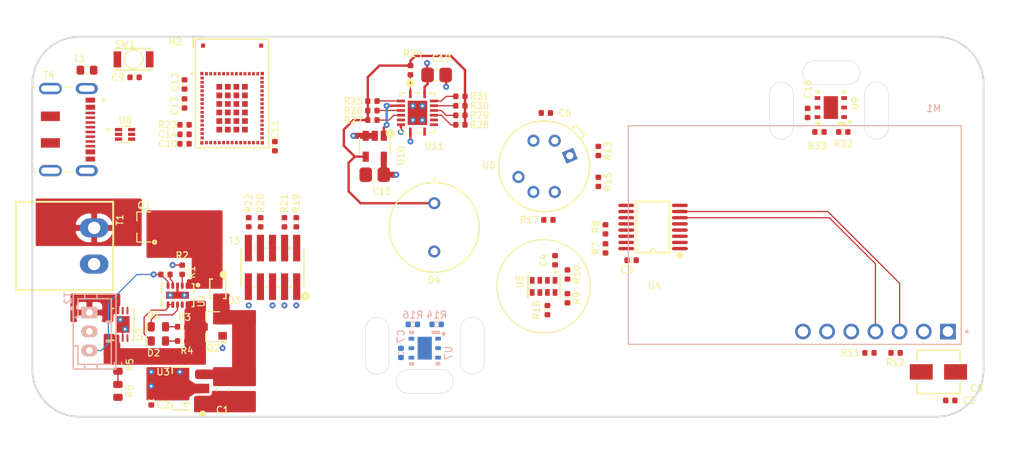
<source format=kicad_pcb>
(kicad_pcb (version 20240108) (generator "pcbnew") (generator_version "8.0")
  (layers (0 "F.Cu" signal) (1 "In1.Cu" signal) (2 "In2.Cu" signal) (31 "B.Cu" signal) (34 "B.Paste" user) (35 "F.Paste" user) (36 "B.SilkS" user "B.Silkscreen") (37 "F.SilkS" user "F.Silkscreen") (38 "B.Mask" user) (39 "F.Mask" user) (44 "Edge.Cuts" user))
  (net 0 "")
  (net 1 "/STM32 2.4G RF Module/NRST")
  (net 2 "GND")
  (net 3 "/Power Supply and Switching/3V3_REG_IN")
  (net 4 "+3V3")
  (net 5 "+1V8")
  (net 6 "/Power Supply and Switching/CHG")
  (net 7 "Net-(D1-Pad1)")
  (net 8 "/Power Supply and Switching/PG6_EN7")
  (net 9 "Net-(D2-Pad1)")
  (net 10 "VBUS")
  (net 11 "Net-(L1-Pad2)")
  (net 12 "/STM32 2.4G RF Module/BOOT0")
  (net 13 "/STM32 2.4G RF Module/PB7")
  (net 14 "/STM32 2.4G RF Module/PB5")
  (net 15 "/STM32 2.4G RF Module/PB4")
  (net 16 "/STM32 2.4G RF Module/JTAG_NJTRST")
  (net 17 "/STM32 2.4G RF Module/USB_D-")
  (net 18 "/STM32 2.4G RF Module/USB_D+")
  (net 19 "/STM32 2.4G RF Module/JTAG_JTDI")
  (net 20 "/STM32 2.4G RF Module/JTAG_SWCLK")
  (net 21 "/STM32 2.4G RF Module/JTAG_SWDIO")
  (net 22 "/STM32 2.4G RF Module/PD1")
  (net 23 "/STM32 2.4G RF Module/PB13")
  (net 24 "/STM32 2.4G RF Module/PC6")
  (net 25 "/STM32 2.4G RF Module/PB14")
  (net 26 "/STM32 2.4G RF Module/PB15")
  (net 27 "/STM32 2.4G RF Module/PB6")
  (net 28 "/STM32 2.4G RF Module/PB12")
  (net 29 "/STM32 2.4G RF Module/PE4")
  (net 30 "/STM32 2.4G RF Module/PB11")
  (net 31 "/STM32 2.4G RF Module/PB10")
  (net 32 "/STM32 2.4G RF Module/JTAG_JTDO")
  (net 33 "/STM32 2.4G RF Module/PC9")
  (net 34 "/STM32 2.4G RF Module/PD2")
  (net 35 "/STM32 2.4G RF Module/PD7")
  (net 36 "/STM32 2.4G RF Module/PD12")
  (net 37 "/STM32 2.4G RF Module/PD13")
  (net 38 "/STM32 2.4G RF Module/PE1")
  (net 39 "/STM32 2.4G RF Module/PD14")
  (net 40 "/STM32 2.4G RF Module/PH1")
  (net 41 "/STM32 2.4G RF Module/PH0")
  (net 42 "/Grow Environment Sensor Suite/CO2_SEL")
  (net 43 "/Grow Environment Sensor Suite/CO2_PWM")
  (net 44 "/Grow Environment Sensor Suite/CO2_RDY")
  (net 45 "Net-(M2-Pad3)")
  (net 46 "/Power Supply and Switching/Solar_PNL")
  (net 47 "/Power Supply and Switching/BAT")
  (net 48 "/Power Supply and Switching/THERM")
  (net 49 "/Power Supply and Switching/VTSB")
  (net 50 "/Power Supply and Switching/BAT_VOLT_SENSE")
  (net 51 "/Grow Environment Sensor Suite/I2C_HUB_SDA")
  (net 52 "/Grow Environment Sensor Suite/I2C_HUB_SCL")
  (net 53 "/Grow Environment Sensor Suite/LSS_INT")
  (net 54 "/Power Supply and Switching/BAT_SDA")
  (net 55 "/Power Supply and Switching/BAT_SCL")
  (net 56 "/Grow Environment Sensor Suite/I2C_HUB_A2")
  (net 57 "/Grow Environment Sensor Suite/I2C_HUB_RESET")
  (net 58 "/Grow Environment Sensor Suite/I2C_HUB_A1")
  (net 59 "/Grow Environment Sensor Suite/I2C_HUB_A0")
  (net 60 "/Grow Environment Sensor Suite/LSS_GPIO")
  (net 61 "/Grow Environment Sensor Suite/LSS_LDR")
  (net 62 "/Grow Environment Sensor Suite/OIR_INT")
  (net 63 "/PAR Sensor/SENSOR")
  (net 64 "Net-(M2-Pad85)")
  (net 65 "Net-(M2-Pad14)")
  (net 66 "Net-(M2-Pad12)")
  (net 67 "Net-(M2-Pad11)")
  (net 68 "Net-(M2-Pad9)")
  (net 69 "Net-(M2-Pad8)")
  (net 70 "Net-(M2-Pad7)")
  (net 71 "Net-(M2-Pad2)")
  (net 72 "Net-(M2-Pad22)")
  (net 73 "Net-(M2-Pad23)")
  (net 74 "Net-(M2-Pad28)")
  (net 75 "Net-(M2-Pad24)")
  (net 76 "Net-(M2-Pad33)")
  (net 77 "Net-(M2-Pad40)")
  (net 78 "Net-(M2-Pad45)")
  (net 79 "Net-(M2-Pad1)")
  (net 80 "Net-(M2-Pad56)")
  (net 81 "Net-(M2-Pad55)")
  (net 82 "Net-(M2-Pad49)")
  (net 83 "Net-(M2-Pad50)")
  (net 84 "Net-(M2-Pad51)")
  (net 85 "Net-(M2-Pad52)")
  (net 86 "Net-(M2-Pad53)")
  (net 87 "Net-(M2-Pad54)")
  (net 88 "Net-(M2-Pad70)")
  (net 89 "Net-(M2-Pad71)")
  (net 90 "Net-(M2-Pad72)")
  (net 91 "Net-(M2-Pad73)")
  (net 92 "Net-(M2-Pad74)")
  (net 93 "Net-(M2-Pad81)")
  (net 94 "Net-(M2-Pad82)")
  (net 95 "Net-(M2-Pad83)")
  (net 96 "Net-(M2-Pad75)")
  (net 97 "Net-(M2-Pad80)")
  (net 98 "Net-(M2-Pad79)")
  (net 99 "Net-(M2-Pad78)")
  (net 100 "Net-(M2-Pad77)")
  (net 101 "Net-(M2-Pad76)")
  (net 102 "Net-(R1-Pad1)")
  (net 103 "Net-(R17-Pad2)")
  (net 104 "/PAR Sensor/10K")
  (net 105 "/PAR Sensor/17.4K")
  (net 106 "/PAR Sensor/22K")
  (net 107 "/PAR Sensor/100K")
  (net 108 "/PAR Sensor/220K")
  (net 109 "/PAR Sensor/470K")
  (net 110 "/PAR Sensor/1M")
  (net 111 "/PAR Sensor/10M")
  (net 112 "Net-(T2-Pad1)")
  (net 113 "Net-(T3-Pad7)")
  (net 114 "Net-(T4-Pad5)")
  (net 115 "Net-(T4-Pad6)")
  (net 116 "Net-(T4-Pad4)")
  (net 117 "Net-(T4-Pad10)")
  (net 118 "/PAR Sensor/MUX_A")
  (net 119 "/PAR Sensor/MUX_B")
  (net 120 "/PAR Sensor/MUX_C")
  (net 121 "/PAR Sensor/MUX_INH")
  (net 122 "/PAR Sensor/SENSOR_OUT")
  (net 123 "Net-(U1-Pad9)")
  (net 124 "Net-(U2-Pad5)")
  (net 125 "Net-(U7-Pad4)")
  (net 126 "Net-(U7-Pad3)")
  (net 127 "/Grow Environment Sensor Suite/CO2_SDA")
  (net 128 "/Grow Environment Sensor Suite/CO2_SCL")
  (net 129 "/Grow Environment Sensor Suite/LSS_SDA")
  (net 130 "/Grow Environment Sensor Suite/LSS_SCL")
  (net 131 "/Grow Environment Sensor Suite/OIR_SDA")
  (net 132 "/Grow Environment Sensor Suite/TH1_SDA")
  (net 133 "/Grow Environment Sensor Suite/OIR_SCL")
  (net 134 "/Grow Environment Sensor Suite/TH1_SCL")
  (net 135 "/Grow Environment Sensor Suite/TH2_SCL")
  (net 136 "Net-(U9-Pad4)")
  (net 137 "Net-(U9-Pad3)")
  (net 138 "/Grow Environment Sensor Suite/TH2_SDA")
  (footprint "AVR-KiCAD-Lib-Resistors:R0402" (layer "F.Cu") (at 110.75 84.25 180)
    (property "Reference" "C9")
    (property "Value" "C0402C104K9PACTU")
  )
  (footprint "AVR-KiCAD-Lib-Resistors:R0402" (layer "F.Cu") (at 112.5 118.25 -90)
    (property "Reference" "C2")
    (property "Value" "C0402C104K9PACTU")
  )
  (footprint "AVR-KiCAD-Lib-Resistors:R0402" (layer "F.Cu") (at 116 91.25 180)
    (property "Reference" "C10")
    (property "Value" "C0402C104K9PACTU")
  )
  (footprint "AVR-KiCAD-Lib-Resistors:R0402" (layer "F.Cu") (at 125.5 91.5 -90)
    (property "Reference" "C11")
    (property "Value" "C0402C104K9PACTU")
  )
  (footprint "AVR-KiCAD-Lib-Resistors:R0402" (layer "F.Cu") (at 116 85 90)
    (property "Reference" "C12")
    (property "Value" "C0402C104K9PACTU")
  )
  (footprint "AVR-KiCAD-Lib-Resistors:R0402" (layer "F.Cu") (at 116 87 -90)
    (property "Reference" "C13")
    (property "Value" "C0402C104K9PACTU")
  )
  (footprint "AVR-KiCAD-Lib-Resistors:R0402" (layer "F.Cu") (at 163 103.5)
    (property "Reference" "C3")
    (property "Value" "C0402C104K9PACTU")
  )
  (footprint "AVR-KiCAD-Lib-Resistors:R0402" (layer "F.Cu") (at 116 90.25 180)
    (property "Reference" "C14")
    (property "Value" "C0402C104K9PACTU")
  )
  (footprint "AVR-KiCAD-Lib-Resistors:R0402" (layer "F.Cu") (at 154.95 103.5 -90)
    (property "Reference" "C4")
    (property "Value" "C0402C104K9PACTU")
  )
  (footprint "AVR-KiCAD-Lib-Resistors:R0402" (layer "F.Cu") (at 196.5 118.25 180)
    (property "Reference" "C5")
    (property "Value" "C0402C104K9PACTU")
  )
  (footprint "AVR-KiCAD-Lib-Resistors:R0402" (layer "F.Cu") (at 153.983 88 180)
    (property "Reference" "C6")
    (property "Value" "C0402C104K9PACTU")
  )
  (footprint "AVR-KiCAD-Lib-Diodes:LED0603" (layer "F.Cu") (at 113.25 110.5 180)
    (property "Reference" "D1")
    (property "Value" "LTST-C194TBKT")
  )
  (footprint "AVR-KiCAD-Lib-Diodes:LED0603" (layer "F.Cu") (at 113.25 112 180)
    (property "Reference" "D2")
    (property "Value" "LTST-C194KGKT")
  )
  (footprint "AVR-KiCAD-Lib-Diodes:BAT20JFILM" (layer "F.Cu") (at 119.5 106.5 -90)
    (property "Reference" "D3")
    (property "Value" "BAT20JFILM" (hide yes))
  )
  (footprint "AVR-KiCAD-Lib-Inductors:MI0603K300R-10" (layer "F.Cu") (at 105.75 83.5 180)
    (property "Reference" "L1")
    (property "Value" "MI0603K300R-10")
  )
  (footprint "AVR-KiCAD-Lib-Modules:STM32WB5MMGH6TR" (layer "F.Cu") (at 121 87.5)
    (property "Reference" "M2")
    (property "Value" "STM32WB5MMGH6TR")
  )
  (footprint "growbox-KiCAD-Transistors:SOT-23" (layer "F.Cu") (at 111.75 100 180)
    (property "Reference" "Q1")
    (property "Value" "DMP3125L-7")
  )
  (footprint "growbox-KiCAD-Transistors:SOT-23" (layer "F.Cu") (at 119 110.5 180)
    (property "Reference" "Q2")
    (property "Value" "DMP3125L-7")
  )
  (footprint "AVR-KiCAD-Lib-Resistors:R0402" (layer "F.Cu") (at 127.75 99.5 -90)
    (property "Reference" "R19")
    (property "Value" "RC0402FR-0710KL")
  )
  (footprint "AVR-KiCAD-Lib-Resistors:R0402" (layer "F.Cu") (at 124 99.5 -90)
    (property "Reference" "R20")
    (property "Value" "RC0402FR-0710KL")
  )
  (footprint "AVR-KiCAD-Lib-Resistors:R0402" (layer "F.Cu") (at 126.5 99.5 90)
    (property "Reference" "R21")
    (property "Value" "RC0402FR-0710KL")
  )
  (footprint "AVR-KiCAD-Lib-Resistors:R0402" (layer "F.Cu") (at 122.75 99.5 -90)
    (property "Reference" "R22")
    (property "Value" "RC0402FR-0710KL")
  )
  (footprint "AVR-KiCAD-Lib-Resistors:R0402" (layer "F.Cu") (at 116 89.25)
    (property "Reference" "R23")
    (property "Value" "RC0402FR-0710KL")
  )
  (footprint "AVR-KiCAD-Lib-Resistors:R0402" (layer "F.Cu") (at 115.75 104.5 90)
    (property "Reference" "R1")
    (property "Value" "RC0402FR-07487RL")
  )
  (footprint "AVR-KiCAD-Lib-Resistors:R0402" (layer "F.Cu") (at 114 105)
    (property "Reference" "R2")
    (property "Value" "RC0402FR-071KL")
  )
  (footprint "AVR-KiCAD-Lib-Resistors:R0402" (layer "F.Cu") (at 115.75 110.5)
    (property "Reference" "R3")
    (property "Value" "RC0402FR-072KL")
  )
  (footprint "AVR-KiCAD-Lib-Resistors:R0402" (layer "F.Cu") (at 115.75 112)
    (property "Reference" "R4")
    (property "Value" "RC0402FR-072KL")
  )
  (footprint "AVR-KiCAD-Lib-Resistors:R0603" (layer "F.Cu") (at 109 114.5 -90)
    (property "Reference" "R5")
    (property "Value" "ERA-3AEB3741V")
  )
  (footprint "AVR-KiCAD-Lib-Resistors:R0603" (layer "F.Cu") (at 109 117.25 -90)
    (property "Reference" "R6")
    (property "Value" "ERA-3AEB3741V")
  )
  (footprint "AVR-KiCAD-Lib-Resistors:R0402" (layer "F.Cu") (at 160.25 102.25 90)
    (property "Reference" "R7")
    (property "Value" "RC0402FR-074K7L")
  )
  (footprint "AVR-KiCAD-Lib-Resistors:R0402" (layer "F.Cu") (at 160.25 100.25 -90)
    (property "Reference" "R8")
    (property "Value" "RC0402FR-074K7L")
  )
  (footprint "AVR-KiCAD-Lib-Resistors:R0402" (layer "F.Cu") (at 156.25 107.5 90)
    (property "Reference" "R9")
    (property "Value" "RC0402FR-074K7L")
  )
  (footprint "AVR-KiCAD-Lib-Resistors:R0402" (layer "F.Cu") (at 156.25 105 -90)
    (property "Reference" "R10")
    (property "Value" "RC0402FR-074K7L")
  )
  (footprint "AVR-KiCAD-Lib-Resistors:R0402" (layer "F.Cu") (at 188 113.25)
    (property "Reference" "R11")
    (property "Value" "RC0402FR-074K7L")
  )
  (footprint "AVR-KiCAD-Lib-Resistors:R0402" (layer "F.Cu") (at 190.75 113.25)
    (property "Reference" "R12")
    (property "Value" "RC0402FR-074K7L")
  )
  (footprint "AVR-KiCAD-Lib-Resistors:R0402" (layer "F.Cu") (at 159.5 92 -90)
    (property "Reference" "R13")
    (property "Value" "RC0402FR-074K7L")
  )
  (footprint "AVR-KiCAD-Lib-Resistors:R0402" (layer "F.Cu") (at 159.5 95.25 90)
    (property "Reference" "R15")
    (property "Value" "RC0402FR-074K7L")
  )
  (footprint "AVR-KiCAD-Lib-Resistors:R0402" (layer "F.Cu") (at 154.25 99.25)
    (property "Reference" "R17")
    (property "Value" "RC0402FR-071KL")
  )
  (footprint "AVR-KiCAD-Lib-Resistors:R0402" (layer "F.Cu") (at 154.15 108.75 90)
    (property "Reference" "R18")
    (property "Value" "RC0402FR-071KL")
  )
  (footprint "AVR-KiCAD-Lib-Mech-Switches:B3U-1000P" (layer "F.Cu") (at 110.639999 82.36)
    (property "Reference" "SW1")
    (property "Value" "B3U-1000P")
  )
  (footprint "AVR-KiCAD-Lib-Connectors:20021121-00010C4LF" (layer "F.Cu") (at 125.25 104.25)
    (property "Reference" "T3")
    (property "Value" "20021121-00010C4LF")
  )
  (footprint "AVR-KiCAD-Lib-Connectors:JAE_DX07S016JA1R1500" (layer "F.Cu") (at 105 89.75 -90)
    (property "Reference" "T4")
    (property "Value" "DX07S016JA1R1500")
  )
  (footprint "AVR-KiCAD-Lib-ICs:SOT50P160X60-6N" (layer "F.Cu") (at 109.75 90.25)
    (property "Reference" "U8")
    (property "Value" "USBLC6-2P6")
  )
  (footprint "growbox-KiCAD-ICs:BQ24210" (layer "F.Cu") (at 115.25 107.25 -90)
    (property "Reference" "U1")
    (property "Value" "BQ24210DQCT")
  )
  (footprint "AVR-KiCAD-Lib-ICs:LTC2941CDCB-1-TRMPBF" (layer "F.Cu") (at 109.5 110.25 90)
    (property "Reference" "U2")
    (property "Value" "LTC2941CDCB-1#TRMPBF" (hide yes))
  )
  (footprint "AVR-KiCAD-Lib-ICs:SOT_89" (layer "F.Cu") (at 116 117 90)
    (property "Reference" "U3")
    (property "Value" "AZ1117CR-3.3TRG1")
  )
  (footprint "growbox-KiCAD-ICs:PW0016A" (layer "F.Cu") (at 165.25 100 180)
    (property "Reference" "U4")
    (property "Value" "TCA9546APWR")
  )
  (footprint "AVR-KiCAD-Lib-ICs:AS7341-DLGT" (layer "F.Cu") (at 153.75 106.25 -90)
    (property "Reference" "U5")
    (property "Value" "AS7341-DLGT")
  )
  (footprint "AVR-KiCAD-Lib-ICs:TPIS1T1086L5.5" (layer "F.Cu") (at 156.5 92.5 180)
    (property "Reference" "U6")
    (property "Value" "TPIS1T1086_L5.5" (hide yes))
  )
  (footprint "AVR-KiCAD-Lib-Capacitors:C0805" (layer "F.Cu") (at 120 117 90)
    (property "Reference" "C1")
    (property "Value" "C0805C104M5RACTU" (hide yes))
  )
  (footprint "AVR-KiCAD-Lib-Capacitors:UCM1C470MCL1GS" (layer "F.Cu") (at 195.25 115.25 180)
    (property "Reference" "C8")
    (property "Value" "UCM1C470MCL1GS" (hide yes))
  )
  (footprint "AVR-KiCAD-Lib-Capacitors:C0805" (layer "F.Cu") (at 142.5 84)
    (property "Reference" "C18")
    (property "Value" "C0805C104M5RACTU" (hide yes))
  )
  (footprint "AVR-KiCAD-Lib-Diodes:BPW20RF" (layer "F.Cu") (at 142.25 97.5 180)
    (property "Reference" "D4")
    (property "Value" "BPW20RF" (hide yes))
  )
  (footprint "AVR-KiCAD-Lib-Resistors:R0402" (layer "F.Cu") (at 139.75 83.5 90)
    (property "Reference" "R24")
    (property "Value" "RC0402FR-0710KL")
  )
  (footprint "AVR-KiCAD-Lib-Resistors:R0402" (layer "F.Cu") (at 135.75 86.75)
    (property "Reference" "R25")
    (property "Value" "RC0402FR-0717K4L")
  )
  (footprint "AVR-KiCAD-Lib-Resistors:R0402" (layer "F.Cu") (at 135.75 87.75)
    (property "Reference" "R26")
    (property "Value" "RT0402FRE0722KL")
  )
  (footprint "AVR-KiCAD-Lib-Resistors:R0402" (layer "F.Cu") (at 135.75 88.75)
    (property "Reference" "R27")
    (property "Value" "RC0402FR-07100KL")
  )
  (footprint "AVR-KiCAD-Lib-Resistors:R0402" (layer "F.Cu") (at 145 89.25 180)
    (property "Reference" "R28")
    (property "Value" "AC0402FR-07220KL")
  )
  (footprint "AVR-KiCAD-Lib-Resistors:R0402" (layer "F.Cu") (at 145 88.25 180)
    (property "Reference" "R29")
    (property "Value" "AC0402FR-07470KL")
  )
  (footprint "AVR-KiCAD-Lib-Resistors:R0402" (layer "F.Cu") (at 145 87.25 180)
    (property "Reference" "R30")
    (property "Value" "RC0402FR-071ML")
  )
  (footprint "AVR-KiCAD-Lib-Resistors:R0402" (layer "F.Cu") (at 145 86.25)
    (property "Reference" "R31")
    (property "Value" "RC0402FR-0710ML")
  )
  (footprint "AVR-KiCAD-Lib-ICs:SOT-23-5" (layer "F.Cu") (at 136 91.5 -90)
    (property "Reference" "U10")
    (property "Value" "OPA388IDBVT")
  )
  (footprint "AVR-KiCAD-Lib-ICs:SN74LV4051ARGYR" (layer "F.Cu") (at 140.488201 87.986804)
    (property "Reference" "U11")
    (property "Value" "SN74LV4051ARGYR" (hide yes))
  )
  (footprint "AVR-KiCAD-Lib-Capacitors:C0805" (layer "F.Cu") (at 136 94.5)
    (property "Reference" "C15")
    (property "Value" "C0805C104M5RACTU" (hide yes))
  )
  (footprint "AVR-KiCAD-Lib-Connectors:0395121002" (layer "F.Cu") (at 106.5 102 -90)
    (property "Reference" "T1")
    (property "Value" "0395121002")
  )
  (footprint "AVR-KiCAD-Lib-Resistors:R0402" (layer "F.Cu") (at 181.5 88 -90)
    (property "Reference" "C16")
    (property "Value" "C0402C104K9PACTU")
  )
  (footprint "AVR-KiCAD-Lib-Resistors:R0402" (layer "F.Cu") (at 185.25 90 180)
    (property "Reference" "R32")
    (property "Value" "RC0402FR-074K7L")
  )
  (footprint "AVR-KiCAD-Lib-Resistors:R0402" (layer "F.Cu") (at 182.75 90)
    (property "Reference" "R33")
    (property "Value" "RC0402FR-074K7L")
  )
  (footprint "AVR-KiCAD-Lib-ICs:HDC1080DMBR" (layer "F.Cu") (at 183.938197 87.431798 180)
    (property "Reference" "U9")
    (property "Value" "HDC1080DMBR" (hide yes))
  )
  (footprint "AVR-KiCAD-Lib-Resistors:R0402" (layer "B.Cu") (at 138.75 113.25 -90)
    (property "Reference" "C7")
    (property "Value" "C0402C104K9PACTU")
  )
  (footprint "AVR-KiCAD-Lib-Modules:MODULE_SCD30" (layer "B.Cu") (at 196.25 111 180)
    (property "Reference" "M1")
    (property "Value" "SCD30")
  )
  (footprint "AVR-KiCAD-Lib-Resistors:R0402" (layer "B.Cu") (at 142.5 110.25 180)
    (property "Reference" "R14")
    (property "Value" "RC0402FR-074K7L")
  )
  (footprint "AVR-KiCAD-Lib-Resistors:R0402" (layer "B.Cu") (at 140 110.25)
    (property "Reference" "R16")
    (property "Value" "RC0402FR-074K7L")
  )
  (footprint "AVR-KiCAD-Lib-Connectors:B3B-PH-K-S(LF)(SN)" (layer "B.Cu") (at 106 109 -90)
    (property "Reference" "T2")
    (property "Value" "B3B-PH-K-S(LF)(SN)")
  )
  (footprint "AVR-KiCAD-Lib-ICs:HDC1080DMBR" (layer "B.Cu") (at 141.25 112.75 180)
    (property "Reference" "U7")
    (property "Value" "HDC1080DMBR" (hide yes))
  )
  (gr_circle (center 153.75 106.25) (end 148.842589 106.25) (stroke (width 0.12)) (fill none) (layer "F.SilkS"))
  (gr_line (start 135 110.75) (end 135 114.25) (stroke (width 0.05)) (layer "Edge.Cuts"))
  (gr_line (start 145 110.75) (end 145 114.25) (stroke (width 0.05)) (layer "Edge.Cuts"))
  (gr_line (start 147.5 114.25) (end 147.5 110.75) (stroke (width 0.05)) (layer "Edge.Cuts"))
  (gr_arc (start 146.25 109.5) (mid 147.133883 109.866117) (end 147.5 110.75) (stroke (width 0.05)) (layer "Edge.Cuts"))
  (gr_arc (start 188.75 84.75) (mid 189.633883 85.116117) (end 190 86) (stroke (width 0.05)) (layer "Edge.Cuts"))
  (gr_arc (start 187.5 86) (mid 187.866117 85.116117) (end 188.75 84.75) (stroke (width 0.05)) (layer "Edge.Cuts"))
  (gr_arc (start 190 89.5) (mid 189.633883 90.383883) (end 188.75 90.75) (stroke (width 0.05)) (layer "Edge.Cuts"))
  (gr_arc (start 188.75 90.75) (mid 187.866117 90.383883) (end 187.5 89.5) (stroke (width 0.05)) (layer "Edge.Cuts"))
  (gr_arc (start 178.75 84.75) (mid 179.633883 85.116117) (end 180 86) (stroke (width 0.05)) (layer "Edge.Cuts"))
  (gr_arc (start 180 89.5) (mid 179.633883 90.383883) (end 178.75 90.75) (stroke (width 0.05)) (layer "Edge.Cuts"))
  (gr_arc (start 178.75 90.75) (mid 177.866117 90.383883) (end 177.5 89.5) (stroke (width 0.05)) (layer "Edge.Cuts"))
  (gr_line (start 187.5 86) (end 187.5 89.5) (stroke (width 0.05)) (layer "Edge.Cuts"))
  (gr_line (start 190 89.5) (end 190 86) (stroke (width 0.05)) (layer "Edge.Cuts"))
  (gr_arc (start 177.5 86) (mid 177.866117 85.116117) (end 178.75 84.75) (stroke (width 0.05)) (layer "Edge.Cuts"))
  (gr_line (start 177.5 86) (end 177.5 89.5) (stroke (width 0.05)) (layer "Edge.Cuts"))
  (gr_line (start 180 89.5) (end 180 86) (stroke (width 0.05)) (layer "Edge.Cuts"))
  (gr_arc (start 181 83.75) (mid 181.366117 82.866117) (end 182.25 82.5) (stroke (width 0.05)) (layer "Edge.Cuts"))
  (gr_arc (start 182.25 85) (mid 181.366117 84.633883) (end 181 83.75) (stroke (width 0.05)) (layer "Edge.Cuts"))
  (gr_arc (start 185.75 82.5) (mid 186.633883 82.866117) (end 187 83.75) (stroke (width 0.05)) (layer "Edge.Cuts"))
  (gr_arc (start 187 83.75) (mid 186.633883 84.633883) (end 185.75 85) (stroke (width 0.05)) (layer "Edge.Cuts"))
  (gr_line (start 182.25 85) (end 185.75 85) (stroke (width 0.05)) (layer "Edge.Cuts"))
  (gr_line (start 185.75 82.5) (end 182.25 82.5) (stroke (width 0.05)) (layer "Edge.Cuts"))
  (gr_arc (start 105 119.968074) (mid 101.464466 118.503608) (end 100 114.968074) (stroke (width 0.2)) (layer "Edge.Cuts"))
  (gr_arc (start 145 110.75) (mid 145.366117 109.866117) (end 146.25 109.5) (stroke (width 0.05)) (layer "Edge.Cuts"))
  (gr_line (start 200 114.968074) (end 200 84.968074) (stroke (width 0.2)) (layer "Edge.Cuts"))
  (gr_line (start 105 119.968074) (end 195 119.968074) (stroke (width 0.2)) (layer "Edge.Cuts"))
  (gr_arc (start 136.25 115.5) (mid 135.366117 115.133883) (end 135 114.25) (stroke (width 0.05)) (layer "Edge.Cuts"))
  (gr_line (start 143 115) (end 139.5 115) (stroke (width 0.05)) (layer "Edge.Cuts"))
  (gr_arc (start 100 84.968074) (mid 101.464466 81.43254) (end 105 79.968074) (stroke (width 0.2)) (layer "Edge.Cuts"))
  (gr_arc (start 139.5 117.5) (mid 138.616117 117.133883) (end 138.25 116.25) (stroke (width 0.05)) (layer "Edge.Cuts"))
  (gr_line (start 137.5 114.25) (end 137.5 110.75) (stroke (width 0.05)) (layer "Edge.Cuts"))
  (gr_arc (start 144.25 116.25) (mid 143.883883 117.133883) (end 143 117.5) (stroke (width 0.05)) (layer "Edge.Cuts"))
  (gr_arc (start 200 114.968074) (mid 198.535534 118.503608) (end 195 119.968074) (stroke (width 0.2)) (layer "Edge.Cuts"))
  (gr_arc (start 147.5 114.25) (mid 147.133883 115.133883) (end 146.25 115.5) (stroke (width 0.05)) (layer "Edge.Cuts"))
  (gr_arc (start 137.5 114.25) (mid 137.133883 115.133883) (end 136.25 115.5) (stroke (width 0.05)) (layer "Edge.Cuts"))
  (gr_arc (start 146.25 115.5) (mid 145.366117 115.133883) (end 145 114.25) (stroke (width 0.05)) (layer "Edge.Cuts"))
  (gr_arc (start 195 79.968074) (mid 198.535534 81.43254) (end 200 84.968074) (stroke (width 0.2)) (layer "Edge.Cuts"))
  (gr_arc (start 138.25 116.25) (mid 138.616117 115.366117) (end 139.5 115) (stroke (width 0.05)) (layer "Edge.Cuts"))
  (gr_line (start 100 84.968074) (end 100 114.968074) (stroke (width 0.2)) (layer "Edge.Cuts"))
  (gr_line (start 195 79.968074) (end 105 79.968074) (stroke (width 0.2)) (layer "Edge.Cuts"))
  (gr_line (start 139.5 117.5) (end 143 117.5) (stroke (width 0.05)) (layer "Edge.Cuts"))
  (gr_arc (start 135 110.75) (mid 135.366117 109.866117) (end 136.25 109.5) (stroke (width 0.05)) (layer "Edge.Cuts"))
  (gr_arc (start 136.25 109.5) (mid 137.133883 109.866117) (end 137.5 110.75) (stroke (width 0.05)) (layer "Edge.Cuts"))
  (gr_arc (start 143 115) (mid 143.883883 115.366117) (end 144.25 116.25) (stroke (width 0.05)) (layer "Edge.Cuts"))
  (segment (start 135.35 90.4) (end 135.05 90.4) (width 0.635) (layer "F.Cu") (net 2))
  (segment (start 109.5 110.25) (end 109.5 110.25) (width 0.127) (layer "F.Cu") (net 2))
  (segment (start 109.5 110.25) (end 109.5 110.25) (width 0.127) (layer "F.Cu") (net 2))
  (segment (start 115.263193 107.174843) (end 115.263193 106.174843) (width 0.25) (layer "F.Cu") (net 2))
  (segment (start 139.75 89.973604) (end 139.7382 89.961804) (width 0.127) (layer "F.Cu") (net 2))
  (segment (start 138.75 90) (end 138.75 89.242006) (width 0.25) (layer "F.Cu") (net 2))
  (segment (start 109.5 111.6978) (end 109.5 110.25) (width 0.127) (layer "F.Cu") (net 2))
  (segment (start 133.75 90.4) (end 135.05 90.4) (width 0.635) (layer "F.Cu") (net 2))
  (segment (start 138.75 89.242006) (end 138.755202 89.236804) (width 0.127) (layer "F.Cu") (net 2))
  (segment (start 143.5 84.05) (end 143.45 84) (width 0.127) (layer "F.Cu") (net 2))
  (segment (start 143.5 84.05) (end 143.5 85.25) (width 0.25) (layer "F.Cu") (net 2))
  (segment (start 139.75 91) (end 139.75 89.973604) (width 0.25) (layer "F.Cu") (net 2))
  (segment (start 115.263193 107.174843) (end 115.263193 107.174843) (width 0.127) (layer "F.Cu") (net 2))
  (segment (start 136 90.4) (end 135.35 90.4) (width 0.635) (layer "F.Cu") (net 2))
  (segment (start 114.75 104) (end 115.733 104) (width 0.127) (layer "F.Cu") (net 2))
  (segment (start 115.733 104) (end 115.75 104.017) (width 0.127) (layer "F.Cu") (net 2))
  (via (at 109.75 110.75) (size 0.635) (drill 0.254) (layers "F.Cu" "B.Cu") (net 2))
  (via (at 125.25 108.25) (size 0.635) (drill 0.254) (layers "F.Cu" "B.Cu") (net 2))
  (via (at 133.75 90.4) (size 0.635) (drill 0.254) (layers "F.Cu" "B.Cu") (net 2))
  (via (at 109.25 109.75) (size 0.635) (drill 0.254) (layers "F.Cu" "B.Cu") (net 2))
  (via (at 114.5 107.174843) (size 0.635) (drill 0.254) (layers "F.Cu" "B.Cu") (net 2))
  (via (at 122.75 108.25) (size 0.635) (drill 0.254) (layers "F.Cu" "B.Cu") (net 2))
  (via (at 140 87.25) (size 0.635) (drill 0.254) (layers "F.Cu" "B.Cu") (net 2))
  (via (at 140 88.75) (size 0.635) (drill 0.254) (layers "F.Cu" "B.Cu") (net 2))
  (via (at 141 88.75) (size 0.635) (drill 0.254) (layers "F.Cu" "B.Cu") (net 2))
  (via (at 116 107.174843) (size 0.635) (drill 0.254) (layers "F.Cu" "B.Cu") (net 2))
  (via (at 138.75 90) (size 0.635) (drill 0.254) (layers "F.Cu" "B.Cu") (net 2))
  (via (at 114.75 104) (size 0.635) (drill 0.254) (layers "F.Cu" "B.Cu") (net 2))
  (via (at 141 87.25) (size 0.635) (drill 0.254) (layers "F.Cu" "B.Cu") (net 2))
  (via (at 143.5 85.25) (size 0.635) (drill 0.254) (layers "F.Cu" "B.Cu") (net 2))
  (via (at 126.5 108.25) (size 0.635) (drill 0.254) (layers "F.Cu" "B.Cu") (net 2))
  (via (at 139.75 91) (size 0.635) (drill 0.254) (layers "F.Cu" "B.Cu") (net 2))
  (segment (start 119.44886 115.49886) (end 120 116.05) (width 0.127) (layer "F.Cu") (net 3))
  (segment (start 117.85166 115.49886) (end 119.44886 115.49886) (width 1) (layer "F.Cu") (net 3))
  (segment (start 136.95 94.5) (end 136.95 92.6) (width 0.635) (layer "F.Cu") (net 4))
  (segment (start 136.95 94.5) (end 136.95 94.5) (width 0.635) (layer "F.Cu") (net 4))
  (segment (start 141.55 84.95) (end 141.55 84) (width 0.25) (layer "F.Cu") (net 4))
  (segment (start 141.5 83.95) (end 141.55 84) (width 0.127) (layer "F.Cu") (net 4))
  (segment (start 141.238202 85.261798) (end 141.55 84.95) (width 0.25) (layer "F.Cu") (net 4))
  (segment (start 141.238202 86.011804) (end 141.238202 85.261798) (width 0.25) (layer "F.Cu") (net 4))
  (segment (start 141.5 82.75) (end 141.5 83.95) (width 0.25) (layer "F.Cu") (net 4))
  (segment (start 138.25 94.5) (end 136.95 94.5) (width 0.635) (layer "F.Cu") (net 4))
  (segment (start 117.85166 117) (end 114.90018 117) (width 1) (layer "F.Cu") (net 4))
  (via (at 127.75 108.25) (size 0.635) (drill 0.254) (layers "F.Cu" "B.Cu") (net 4))
  (via (at 138.25 94.5) (size 0.635) (drill 0.254) (layers "F.Cu" "B.Cu") (net 4))
  (via (at 112.5 115.25) (size 0.635) (drill 0.254) (layers "F.Cu" "B.Cu") (net 4))
  (via (at 112.5 116.75) (size 0.635) (drill 0.254) (layers "F.Cu" "B.Cu") (net 4))
  (via (at 141.5 82.75) (size 0.635) (drill 0.254) (layers "F.Cu" "B.Cu") (net 4))
  (via (at 115.5 115.25) (size 0.635) (drill 0.254) (layers "F.Cu" "B.Cu") (net 4))
  (segment (start 112.5 110.5) (end 112.5 109.75) (width 0.127) (layer "F.Cu") (net 6))
  (segment (start 113 109.25) (end 114.75 109.25) (width 0.127) (layer "F.Cu") (net 6))
  (segment (start 112.5 109.75) (end 113 109.25) (width 0.127) (layer "F.Cu") (net 6))
  (segment (start 115.263193 108.736807) (end 115.263193 108.174843) (width 0.127) (layer "F.Cu") (net 6))
  (segment (start 114.75 109.25) (end 115.263193 108.736807) (width 0.127) (layer "F.Cu") (net 6))
  (segment (start 114 110.5) (end 115.267 110.5) (width 0.127) (layer "F.Cu") (net 7))
  (segment (start 114.263193 108.486807) (end 114.263193 108.174843) (width 0.127) (layer "F.Cu") (net 8))
  (segment (start 112.5 112) (end 111.75 111.25) (width 0.127) (layer "F.Cu") (net 8))
  (segment (start 114 108.75) (end 114.263193 108.486807) (width 0.127) (layer "F.Cu") (net 8))
  (segment (start 111.75 109.5) (end 112.5 108.75) (width 0.127) (layer "F.Cu") (net 8))
  (segment (start 111.75 111.25) (end 111.75 109.5) (width 0.127) (layer "F.Cu") (net 8))
  (segment (start 112.5 108.75) (end 114 108.75) (width 0.127) (layer "F.Cu") (net 8))
  (segment (start 114.263193 108.174843) (end 114.763193 108.174843) (width 0.127) (layer "F.Cu") (net 8))
  (segment (start 114 112) (end 115.267 112) (width 0.127) (layer "F.Cu") (net 9))
  (segment (start 120 111.45) (end 120 112.75) (width 0.127) (layer "F.Cu") (net 10))
  (via (at 120 112.75) (size 0.635) (drill 0.254) (layers "F.Cu" "B.Cu") (net 10))
  (segment (start 114.263193 105.763193) (end 114.263193 106.174843) (width 0.127) (layer "F.Cu") (net 48))
  (segment (start 113.517 105.017) (end 114.263193 105.763193) (width 0.127) (layer "F.Cu") (net 48))
  (segment (start 113.517 105) (end 112.75 105) (width 0.127) (layer "F.Cu") (net 48))
  (segment (start 113.517 105) (end 113.517 105.017) (width 0.127) (layer "F.Cu") (net 48))
  (via (at 112.75 105) (size 0.635) (drill 0.254) (layers "F.Cu" "B.Cu") (net 48))
  (segment (start 112.75 105) (end 112.75 105) (width 0.127) (layer "B.Cu") (net 48))
  (segment (start 108 112.25) (end 108 108) (width 0.127) (layer "B.Cu") (net 48))
  (segment (start 108 108) (end 111 105) (width 0.127) (layer "B.Cu") (net 48))
  (segment (start 106 113) (end 107.25 113) (width 0.127) (layer "B.Cu") (net 48))
  (segment (start 111 105) (end 112.75 105) (width 0.127) (layer "B.Cu") (net 48))
  (segment (start 107.25 113) (end 108 112.25) (width 0.127) (layer "B.Cu") (net 48))
  (segment (start 114.763193 106.174843) (end 114.763193 105.763193) (width 0.127) (layer "F.Cu") (net 49))
  (segment (start 114.763193 105.763193) (end 114.483 105.483) (width 0.127) (layer "F.Cu") (net 49))
  (segment (start 114.483 105.483) (end 114.483 105) (width 0.127) (layer "F.Cu") (net 49))
  (segment (start 109 115.18) (end 109 116.57) (width 0.127) (layer "F.Cu") (net 50))
  (segment (start 145.483 83.483) (end 144 82) (width 0.25) (layer "F.Cu") (net 63))
  (segment (start 133.25 96.25) (end 134.5 97.5) (width 0.25) (layer "F.Cu") (net 63))
  (segment (start 145.483 89.25) (end 145.483 83.483) (width 0.25) (layer "F.Cu") (net 63))
  (segment (start 139.75 82.5) (end 139.75 83.017) (width 0.25) (layer "F.Cu") (net 63))
  (segment (start 136.483 83.017) (end 139.75 83.017) (width 0.25) (layer "F.Cu") (net 63))
  (segment (start 133.75 88.75) (end 132.75 89.75) (width 0.25) (layer "F.Cu") (net 63))
  (segment (start 134.5 97.5) (end 139.5 97.5) (width 0.25) (layer "F.Cu") (net 63))
  (segment (start 144 82) (end 140.25 82) (width 0.25) (layer "F.Cu") (net 63))
  (segment (start 132.75 91.45) (end 133.9 92.6) (width 0.25) (layer "F.Cu") (net 63))
  (segment (start 132.75 89.75) (end 132.75 91.45) (width 0.25) (layer "F.Cu") (net 63))
  (segment (start 135.267 84.233) (end 136.483 83.017) (width 0.25) (layer "F.Cu") (net 63))
  (segment (start 135.267 88.75) (end 133.75 88.75) (width 0.25) (layer "F.Cu") (net 63))
  (segment (start 140.25 82) (end 139.75 82.5) (width 0.25) (layer "F.Cu") (net 63))
  (segment (start 133.9 92.6) (end 133.25 93.25) (width 0.25) (layer "F.Cu") (net 63))
  (segment (start 139.5 97.5) (end 142.25 97.5) (width 0.25) (layer "F.Cu") (net 63))
  (segment (start 135.267 88.75) (end 135.267 86.75) (width 0.25) (layer "F.Cu") (net 63))
  (segment (start 135.267 86.75) (end 135.267 84.233) (width 0.25) (layer "F.Cu") (net 63))
  (segment (start 135.05 92.6) (end 133.9 92.6) (width 0.25) (layer "F.Cu") (net 63))
  (segment (start 133.25 93.25) (end 133.25 96.25) (width 0.25) (layer "F.Cu") (net 63))
  (segment (start 115.763193 106.174843) (end 115.763193 104.996193) (width 0.127) (layer "F.Cu") (net 102))
  (segment (start 115.763193 104.996193) (end 115.75 104.983) (width 0.127) (layer "F.Cu") (net 102))
  (segment (start 139.7382 83.9948) (end 139.75 83.983) (width 0.127) (layer "F.Cu") (net 104))
  (segment (start 139.7382 86.011804) (end 139.7382 83.9948) (width 0.127) (layer "F.Cu") (net 104))
  (segment (start 136.246196 86.736804) (end 136.233 86.75) (width 0.127) (layer "F.Cu") (net 105))
  (segment (start 138.755202 86.736804) (end 136.246196 86.736804) (width 0.127) (layer "F.Cu") (net 105))
  (segment (start 138.755202 87.736804) (end 136.246196 87.736804) (width 0.127) (layer "F.Cu") (net 106))
  (segment (start 136.246196 87.736804) (end 136.233 87.75) (width 0.127) (layer "F.Cu") (net 106))
  (segment (start 138.013196 88.236804) (end 137.5 88.75) (width 0.127) (layer "F.Cu") (net 107))
  (segment (start 137.5 88.75) (end 136.233 88.75) (width 0.127) (layer "F.Cu") (net 107))
  (segment (start 138.755202 88.236804) (end 138.013196 88.236804) (width 0.127) (layer "F.Cu") (net 107))
  (segment (start 142.986804 88.236804) (end 144 89.25) (width 0.127) (layer "F.Cu") (net 108))
  (segment (start 142.2212 88.236804) (end 142.986804 88.236804) (width 0.127) (layer "F.Cu") (net 108))
  (segment (start 144 89.25) (end 144.517 89.25) (width 0.127) (layer "F.Cu") (net 108))
  (segment (start 143.5 88.25) (end 144.517 88.25) (width 0.127) (layer "F.Cu") (net 109))
  (segment (start 142.2212 87.736804) (end 142.986804 87.736804) (width 0.127) (layer "F.Cu") (net 109))
  (segment (start 142.986804 87.736804) (end 143.5 88.25) (width 0.127) (layer "F.Cu") (net 109))
  (segment (start 142.2212 87.236803) (end 144.503803 87.236803) (width 0.127) (layer "F.Cu") (net 110))
  (segment (start 144.503803 87.236803) (end 144.517 87.25) (width 0.127) (layer "F.Cu") (net 110))
  (segment (start 143.5 86.25) (end 144.517 86.25) (width 0.127) (layer "F.Cu") (net 111))
  (segment (start 142.2212 86.736804) (end 143.013196 86.736804) (width 0.127) (layer "F.Cu") (net 111))
  (segment (start 143.013196 86.736804) (end 143.5 86.25) (width 0.127) (layer "F.Cu") (net 111))
  (segment (start 137.263197 87.236803) (end 137.25 87.25) (width 0.127) (layer "F.Cu") (net 122))
  (segment (start 137.25 89.25801) (end 136.95 89.55801) (width 0.25) (layer "F.Cu") (net 122))
  (segment (start 136.95 89.55801) (end 136.95 90.4) (width 0.25) (layer "F.Cu") (net 122))
  (segment (start 138.755202 87.236803) (end 137.263197 87.236803) (width 0.25) (layer "F.Cu") (net 122))
  (via (at 137.25 87.25) (size 0.635) (drill 0.254) (layers "F.Cu" "B.Cu") (net 122))
  (via (at 137.25 89.25801) (size 0.635) (drill 0.254) (layers "F.Cu" "B.Cu") (net 122))
  (segment (start 137.25 87.25) (end 137.25 89.25801) (width 0.25) (layer "B.Cu") (net 122))
  (segment (start 188.63 111) (end 188.63 103.88) (width 0.127) (layer "F.Cu") (net 127))
  (segment (start 188.63 103.88) (end 183.775001 99.025001) (width 0.127) (layer "F.Cu") (net 127))
  (segment (start 183.775001 99.025001) (end 168.0694 99.025001) (width 0.127) (layer "F.Cu") (net 127))
  (segment (start 191.17 105.92) (end 191.17 111) (width 0.127) (layer "F.Cu") (net 128))
  (segment (start 168.0694 98.375002) (end 183.625002 98.375002) (width 0.127) (layer "F.Cu") (net 128))
  (segment (start 183.625002 98.375002) (end 191.17 105.92) (width 0.127) (layer "F.Cu") (net 128))
  (zone (net 47) (net_name "/Power Supply and Switching/BAT") (layer "F.Cu") (connect_pads thru_hole_only (clearance 0.254)) (min_thickness 0.254) (fill yes (thermal_gap 0.508) (thermal_bridge_width 0.62))
    (polygon (pts (xy 118.25 114.5) (xy 107.5 114.5) (xy 107.5 112.75) (xy 118.25 112.75)))
  )
  (zone (net 3) (net_name "/Power Supply and Switching/3V3_REG_IN") (layer "F.Cu") (connect_pads thru_hole_only (clearance 0.254)) (min_thickness 0.254) (fill yes (thermal_gap 0.508) (thermal_bridge_width 0.62))
    (polygon (pts (xy 123.5 116.75) (xy 121 116.75) (xy 121 108.75) (xy 123.5 108.75)))
  )
  (zone (net 47) (net_name "/Power Supply and Switching/BAT") (layer "F.Cu") (connect_pads thru_hole_only (clearance 0.254)) (min_thickness 0.254) (fill yes (thermal_gap 0.508) (thermal_bridge_width 0.62))
    (polygon (pts (xy 118.25 114) (xy 116 114) (xy 116 107.75) (xy 118.25 107.75)))
  )
  (zone (net 112) (net_name "Net-(T2-Pad1)") (layer "F.Cu") (connect_pads thru_hole_only (clearance 0.254)) (min_thickness 0.254) (fill yes (thermal_gap 0.508) (thermal_bridge_width 0.62))
    (polygon (pts (xy 109.25 110) (xy 104 110) (xy 104 107) (xy 109.25 107)))
  )
  (zone (net 3) (net_name "/Power Supply and Switching/3V3_REG_IN") (layer "F.Cu") (connect_pads thru_hole_only (clearance 0.254)) (min_thickness 0.254) (fill yes (thermal_gap 0.508) (thermal_bridge_width 0.62))
    (polygon (pts (xy 123.5 110.25) (xy 119.5 110.25) (xy 119.5 108.75) (xy 123.5 108.75)))
  )
  (zone (net 47) (net_name "/Power Supply and Switching/BAT") (layer "F.Cu") (connect_pads thru_hole_only (clearance 0.254)) (min_thickness 0.254) (fill yes (thermal_gap 0.508) (thermal_bridge_width 0.62))
    (polygon (pts (xy 109.25 113.5) (xy 107.5 113.5) (xy 107.5 111.25) (xy 109.25 111.25)))
  )
  (zone (net 10) (net_name "VBUS") (layer "F.Cu") (connect_pads thru_hole_only (clearance 0.254)) (min_thickness 0.254) (fill yes (thermal_gap 0.508) (thermal_bridge_width 0.62))
    (polygon (pts (xy 120 103.25) (xy 112 103.25) (xy 112 98.25) (xy 120 98.25)))
  )
  (zone (net 4) (net_name "+3V3") (layer "F.Cu") (connect_pads thru_hole_only (clearance 0.254)) (min_thickness 0.254) (fill yes (thermal_gap 0.508) (thermal_bridge_width 0.62))
    (polygon (pts (xy 116.5 118.25) (xy 112 118.25) (xy 112 114.75) (xy 116.5 114.75)))
  )
  (zone (net 3) (net_name "/Power Supply and Switching/3V3_REG_IN") (layer "F.Cu") (connect_pads thru_hole_only (clearance 0.254)) (min_thickness 0.254) (fill yes (thermal_gap 0.508) (thermal_bridge_width 0.62))
    (polygon (pts (xy 123.5 116.75) (xy 119 116.75) (xy 119 114.75) (xy 123.5 114.75)))
  )
  (zone (net 2) (net_name "GND") (layer "F.Cu") (connect_pads thru_hole_only (clearance 0.254)) (min_thickness 0.254) (fill yes (thermal_gap 0.508) (thermal_bridge_width 0.62))
    (polygon (pts (xy 123.5 119.5) (xy 117 119.5) (xy 117 117.25) (xy 123.5 117.25)))
  )
  (zone (net 10) (net_name "VBUS") (layer "F.Cu") (connect_pads thru_hole_only (clearance 0.254)) (min_thickness 0.254) (fill yes (thermal_gap 0.508) (thermal_bridge_width 0.62))
    (polygon (pts (xy 120 106.5) (xy 116.75 106.5) (xy 116.75 102.5) (xy 120 102.5)))
  )
  (zone (net 10) (net_name "VBUS") (layer "F.Cu") (connect_pads thru_hole_only (clearance 0.254)) (min_thickness 0.254) (fill yes (thermal_gap 0.508) (thermal_bridge_width 0.62))
    (polygon (pts (xy 117.5 106.5) (xy 116.25 106.5) (xy 116.25 105.5) (xy 117.5 105.5)))
  )
  (zone (net 46) (net_name "/Power Supply and Switching/Solar_PNL") (layer "F.Cu") (connect_pads thru_hole_only (clearance 0.254)) (min_thickness 0.254) (fill yes (thermal_gap 0.508) (thermal_bridge_width 0.62))
    (polygon (pts (xy 111.5 102) (xy 99.75 102) (xy 99.75 97) (xy 111.5 97)))
  )
  (zone (net 3) (net_name "/Power Supply and Switching/3V3_REG_IN") (layer "F.Cu") (connect_pads thru_hole_only (clearance 0.254)) (min_thickness 0.254) (fill yes (thermal_gap 0.508) (thermal_bridge_width 0.62))
    (polygon (pts (xy 120.75 110.25) (xy 119 110.25) (xy 119 107) (xy 120.75 107)))
  )
)
</source>
